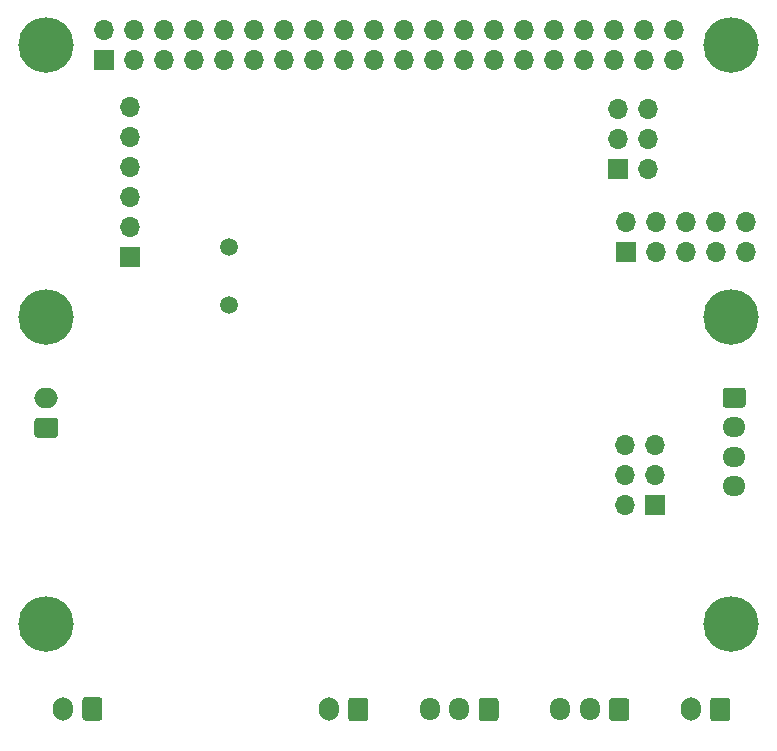
<source format=gbr>
%TF.GenerationSoftware,KiCad,Pcbnew,5.1.10*%
%TF.CreationDate,2021-11-07T20:18:02+05:45*%
%TF.ProjectId,RobotHat,526f626f-7448-4617-942e-6b696361645f,rev?*%
%TF.SameCoordinates,Original*%
%TF.FileFunction,Soldermask,Bot*%
%TF.FilePolarity,Negative*%
%FSLAX46Y46*%
G04 Gerber Fmt 4.6, Leading zero omitted, Abs format (unit mm)*
G04 Created by KiCad (PCBNEW 5.1.10) date 2021-11-07 20:18:02*
%MOMM*%
%LPD*%
G01*
G04 APERTURE LIST*
%ADD10C,1.500000*%
%ADD11O,1.950000X1.700000*%
%ADD12O,1.700000X1.700000*%
%ADD13R,1.700000X1.700000*%
%ADD14C,4.700000*%
%ADD15O,2.000000X1.700000*%
%ADD16O,1.700000X2.000000*%
%ADD17O,1.700000X1.950000*%
G04 APERTURE END LIST*
D10*
%TO.C,Y1*%
X69300000Y-67480000D03*
X69300000Y-62600000D03*
%TD*%
D11*
%TO.C,J5*%
X112050000Y-82850000D03*
X112050000Y-80350000D03*
X112050000Y-77850000D03*
G36*
G01*
X111325000Y-74500000D02*
X112775000Y-74500000D01*
G75*
G02*
X113025000Y-74750000I0J-250000D01*
G01*
X113025000Y-75950000D01*
G75*
G02*
X112775000Y-76200000I-250000J0D01*
G01*
X111325000Y-76200000D01*
G75*
G02*
X111075000Y-75950000I0J250000D01*
G01*
X111075000Y-74750000D01*
G75*
G02*
X111325000Y-74500000I250000J0D01*
G01*
G37*
%TD*%
D12*
%TO.C,J12*%
X113060000Y-60460000D03*
X113060000Y-63000000D03*
X110520000Y-60460000D03*
X110520000Y-63000000D03*
X107980000Y-60460000D03*
X107980000Y-63000000D03*
X105440000Y-60460000D03*
X105440000Y-63000000D03*
X102900000Y-60460000D03*
D13*
X102900000Y-63000000D03*
%TD*%
D12*
%TO.C,J3*%
X102760000Y-79370000D03*
X105300000Y-79370000D03*
X102760000Y-81910000D03*
X105300000Y-81910000D03*
X102760000Y-84450000D03*
D13*
X105300000Y-84450000D03*
%TD*%
D12*
%TO.C,J4*%
X60850000Y-50750000D03*
X60850000Y-53290000D03*
X60850000Y-55830000D03*
X60850000Y-58370000D03*
X60850000Y-60910000D03*
D13*
X60850000Y-63450000D03*
%TD*%
D14*
%TO.C,H6*%
X111800000Y-94500000D03*
%TD*%
%TO.C,H5*%
X53800000Y-94500000D03*
%TD*%
D12*
%TO.C,J10*%
X104765000Y-50870000D03*
X102225000Y-50870000D03*
X104765000Y-53410000D03*
X102225000Y-53410000D03*
X104765000Y-55950000D03*
D13*
X102225000Y-55950000D03*
%TD*%
D15*
%TO.C,J2*%
X53800000Y-75400000D03*
G36*
G01*
X54550000Y-78750000D02*
X53050000Y-78750000D01*
G75*
G02*
X52800000Y-78500000I0J250000D01*
G01*
X52800000Y-77300000D01*
G75*
G02*
X53050000Y-77050000I250000J0D01*
G01*
X54550000Y-77050000D01*
G75*
G02*
X54800000Y-77300000I0J-250000D01*
G01*
X54800000Y-78500000D01*
G75*
G02*
X54550000Y-78750000I-250000J0D01*
G01*
G37*
%TD*%
D14*
%TO.C,H4*%
X111800000Y-68500000D03*
%TD*%
%TO.C,H3*%
X111800000Y-45500000D03*
%TD*%
%TO.C,H2*%
X53800000Y-68500000D03*
%TD*%
%TO.C,H1*%
X53800000Y-45500000D03*
%TD*%
D16*
%TO.C,J9*%
X108350000Y-101750000D03*
G36*
G01*
X111700000Y-101000000D02*
X111700000Y-102500000D01*
G75*
G02*
X111450000Y-102750000I-250000J0D01*
G01*
X110250000Y-102750000D01*
G75*
G02*
X110000000Y-102500000I0J250000D01*
G01*
X110000000Y-101000000D01*
G75*
G02*
X110250000Y-100750000I250000J0D01*
G01*
X111450000Y-100750000D01*
G75*
G02*
X111700000Y-101000000I0J-250000D01*
G01*
G37*
%TD*%
%TO.C,J8*%
X77700000Y-101750000D03*
G36*
G01*
X81050000Y-101000000D02*
X81050000Y-102500000D01*
G75*
G02*
X80800000Y-102750000I-250000J0D01*
G01*
X79600000Y-102750000D01*
G75*
G02*
X79350000Y-102500000I0J250000D01*
G01*
X79350000Y-101000000D01*
G75*
G02*
X79600000Y-100750000I250000J0D01*
G01*
X80800000Y-100750000D01*
G75*
G02*
X81050000Y-101000000I0J-250000D01*
G01*
G37*
%TD*%
D17*
%TO.C,J7*%
X97300000Y-101750000D03*
X99800000Y-101750000D03*
G36*
G01*
X103150000Y-101025000D02*
X103150000Y-102475000D01*
G75*
G02*
X102900000Y-102725000I-250000J0D01*
G01*
X101700000Y-102725000D01*
G75*
G02*
X101450000Y-102475000I0J250000D01*
G01*
X101450000Y-101025000D01*
G75*
G02*
X101700000Y-100775000I250000J0D01*
G01*
X102900000Y-100775000D01*
G75*
G02*
X103150000Y-101025000I0J-250000D01*
G01*
G37*
%TD*%
%TO.C,J6*%
X86250000Y-101750000D03*
X88750000Y-101750000D03*
G36*
G01*
X92100000Y-101025000D02*
X92100000Y-102475000D01*
G75*
G02*
X91850000Y-102725000I-250000J0D01*
G01*
X90650000Y-102725000D01*
G75*
G02*
X90400000Y-102475000I0J250000D01*
G01*
X90400000Y-101025000D01*
G75*
G02*
X90650000Y-100775000I250000J0D01*
G01*
X91850000Y-100775000D01*
G75*
G02*
X92100000Y-101025000I0J-250000D01*
G01*
G37*
%TD*%
D12*
%TO.C,J11*%
X106960000Y-44260000D03*
X106960000Y-46800000D03*
X104420000Y-44260000D03*
X104420000Y-46800000D03*
X101880000Y-44260000D03*
X101880000Y-46800000D03*
X99340000Y-44260000D03*
X99340000Y-46800000D03*
X96800000Y-44260000D03*
X96800000Y-46800000D03*
X94260000Y-44260000D03*
X94260000Y-46800000D03*
X91720000Y-44260000D03*
X91720000Y-46800000D03*
X89180000Y-44260000D03*
X89180000Y-46800000D03*
X86640000Y-44260000D03*
X86640000Y-46800000D03*
X84100000Y-44260000D03*
X84100000Y-46800000D03*
X81560000Y-44260000D03*
X81560000Y-46800000D03*
X79020000Y-44260000D03*
X79020000Y-46800000D03*
X76480000Y-44260000D03*
X76480000Y-46800000D03*
X73940000Y-44260000D03*
X73940000Y-46800000D03*
X71400000Y-44260000D03*
X71400000Y-46800000D03*
X68860000Y-44260000D03*
X68860000Y-46800000D03*
X66320000Y-44260000D03*
X66320000Y-46800000D03*
X63780000Y-44260000D03*
X63780000Y-46800000D03*
X61240000Y-44260000D03*
X61240000Y-46800000D03*
X58700000Y-44260000D03*
D13*
X58700000Y-46800000D03*
%TD*%
D16*
%TO.C,J1*%
X55200000Y-101700000D03*
G36*
G01*
X58550000Y-100950000D02*
X58550000Y-102450000D01*
G75*
G02*
X58300000Y-102700000I-250000J0D01*
G01*
X57100000Y-102700000D01*
G75*
G02*
X56850000Y-102450000I0J250000D01*
G01*
X56850000Y-100950000D01*
G75*
G02*
X57100000Y-100700000I250000J0D01*
G01*
X58300000Y-100700000D01*
G75*
G02*
X58550000Y-100950000I0J-250000D01*
G01*
G37*
%TD*%
M02*

</source>
